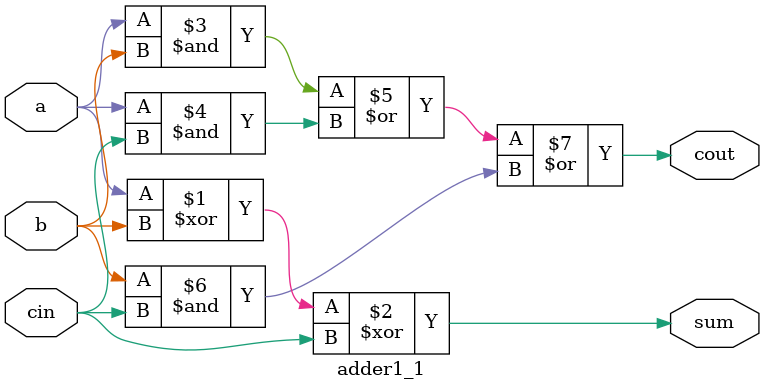
<source format=v>
module adder1_1(
    a,
    b,
    cin,
    sum,
    cout
);
         input a;
         input b;
         input cin;
         output sum;
         output cout ;
         assign sum = a ^ b ^ cin;
         assign cout = a&b | a&cin | b&cin;

         
endmodule 
</source>
